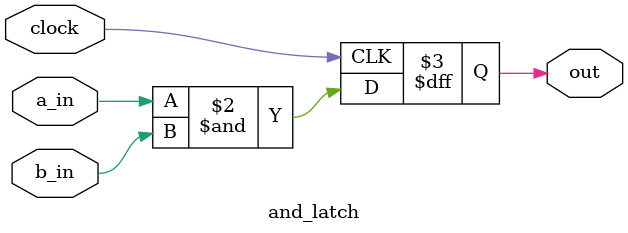
<source format=v>
module and_latch(
    clock,
	a_in,
	b_in,
	out
);

    // SIGNAL DECLARATIONS
    input	clock;
    input	a_in;
    input	b_in;

    output	out;

    // ASSIGN STATEMENTS
    always @(posedge clock)
    begin
        out <= a_in & b_in;
    end

endmodule

</source>
